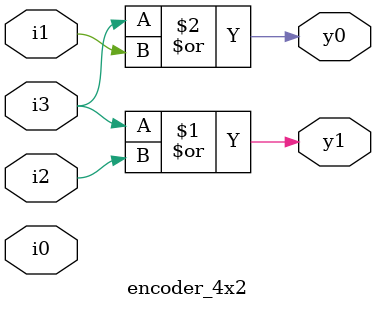
<source format=v>
module encoder_4x2(output y1,y0, input i3,i2,i1,i0);
or G1(y1,i3,i2);
or G2(y0,i3,i1);
endmodule

</source>
